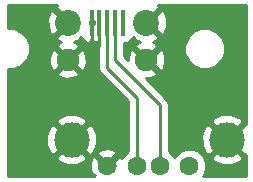
<source format=gtl>
G04 #@! TF.FileFunction,Copper,L1,Top,Signal*
%FSLAX46Y46*%
G04 Gerber Fmt 4.6, Leading zero omitted, Abs format (unit mm)*
G04 Created by KiCad (PCBNEW 4.0.7) date 11/16/18 17:07:03*
%MOMM*%
%LPD*%
G01*
G04 APERTURE LIST*
%ADD10C,0.100000*%
%ADD11C,1.900000*%
%ADD12C,2.200000*%
%ADD13R,0.400000X2.200000*%
%ADD14C,1.600000*%
%ADD15C,3.000000*%
%ADD16C,0.250000*%
%ADD17C,0.254000*%
G04 APERTURE END LIST*
D10*
D11*
X146789000Y-111354000D03*
D12*
X146789000Y-108204000D03*
D13*
X148814000Y-108204000D03*
X149464000Y-108204000D03*
X150114000Y-108204000D03*
X150764000Y-108204000D03*
X151414000Y-108204000D03*
D12*
X153439000Y-108204000D03*
D11*
X153439000Y-111354000D03*
D14*
X157070000Y-120310000D03*
X154570000Y-120310000D03*
X150070000Y-120310000D03*
D15*
X160240000Y-118110000D03*
X147100000Y-118110000D03*
D14*
X152670000Y-120310000D03*
D16*
X149464000Y-108204000D02*
X149464000Y-110124000D01*
X149464000Y-110124000D02*
X149352000Y-110236000D01*
X148814000Y-108204000D02*
X148814000Y-109952000D01*
X148814000Y-109952000D02*
X148844000Y-109982000D01*
X150764000Y-120306000D02*
X150760000Y-120310000D01*
X150114000Y-108204000D02*
X150114000Y-112014000D01*
X152670000Y-114570000D02*
X152670000Y-120310000D01*
X150114000Y-112014000D02*
X152670000Y-114570000D01*
X150764000Y-108204000D02*
X150764000Y-111394000D01*
X154570000Y-115200000D02*
X154570000Y-120310000D01*
X150764000Y-111394000D02*
X154570000Y-115200000D01*
D17*
G36*
X161850000Y-116823770D02*
X161753970Y-116775635D01*
X160419605Y-118110000D01*
X161753970Y-119444365D01*
X161850000Y-119396230D01*
X161850000Y-121210000D01*
X158199597Y-121210000D01*
X158285824Y-121123923D01*
X158504750Y-120596691D01*
X158505248Y-120025813D01*
X158339211Y-119623970D01*
X158905635Y-119623970D01*
X159065418Y-119942739D01*
X159856187Y-120252723D01*
X160705387Y-120236497D01*
X161414582Y-119942739D01*
X161574365Y-119623970D01*
X160240000Y-118289605D01*
X158905635Y-119623970D01*
X158339211Y-119623970D01*
X158287243Y-119498200D01*
X157883923Y-119094176D01*
X157356691Y-118875250D01*
X156785813Y-118874752D01*
X156258200Y-119092757D01*
X155854176Y-119496077D01*
X155820187Y-119577931D01*
X155787243Y-119498200D01*
X155383923Y-119094176D01*
X155330000Y-119071785D01*
X155330000Y-117726187D01*
X158097277Y-117726187D01*
X158113503Y-118575387D01*
X158407261Y-119284582D01*
X158726030Y-119444365D01*
X160060395Y-118110000D01*
X158726030Y-116775635D01*
X158407261Y-116935418D01*
X158097277Y-117726187D01*
X155330000Y-117726187D01*
X155330000Y-116596030D01*
X158905635Y-116596030D01*
X160240000Y-117930395D01*
X161574365Y-116596030D01*
X161414582Y-116277261D01*
X160623813Y-115967277D01*
X159774613Y-115983503D01*
X159065418Y-116277261D01*
X158905635Y-116596030D01*
X155330000Y-116596030D01*
X155330000Y-115200000D01*
X155272148Y-114909161D01*
X155107401Y-114662599D01*
X153387079Y-112942277D01*
X153816461Y-112925352D01*
X154283208Y-112732019D01*
X154375745Y-112470350D01*
X153439000Y-111533605D01*
X153424858Y-111547748D01*
X153245253Y-111368143D01*
X153259395Y-111354000D01*
X153618605Y-111354000D01*
X154555350Y-112290745D01*
X154817019Y-112198208D01*
X155035188Y-111606602D01*
X155010352Y-110976539D01*
X154927949Y-110777599D01*
X156653699Y-110777599D01*
X156917281Y-111415515D01*
X157404918Y-111904004D01*
X158042373Y-112168699D01*
X158732599Y-112169301D01*
X159370515Y-111905719D01*
X159859004Y-111418082D01*
X160123699Y-110780627D01*
X160124301Y-110090401D01*
X159860719Y-109452485D01*
X159373082Y-108963996D01*
X158735627Y-108699301D01*
X158045401Y-108698699D01*
X157407485Y-108962281D01*
X156918996Y-109449918D01*
X156654301Y-110087373D01*
X156653699Y-110777599D01*
X154927949Y-110777599D01*
X154817019Y-110509792D01*
X154555350Y-110417255D01*
X153618605Y-111354000D01*
X153259395Y-111354000D01*
X152322650Y-110417255D01*
X152060981Y-110509792D01*
X151842812Y-111101398D01*
X151854984Y-111410182D01*
X151524000Y-111079198D01*
X151524000Y-109951440D01*
X151614000Y-109951440D01*
X151849317Y-109907162D01*
X152065441Y-109768090D01*
X152210431Y-109555890D01*
X152224282Y-109487494D01*
X152279698Y-109542910D01*
X152393738Y-109428870D01*
X152504641Y-109706099D01*
X152893163Y-109852392D01*
X152594792Y-109975981D01*
X152502255Y-110237650D01*
X153439000Y-111174395D01*
X154375745Y-110237650D01*
X154283208Y-109975981D01*
X153986217Y-109866458D01*
X154373359Y-109706099D01*
X154484263Y-109428868D01*
X153439000Y-108383605D01*
X153424858Y-108397748D01*
X153245253Y-108218143D01*
X153259395Y-108204000D01*
X153618605Y-108204000D01*
X154663868Y-109249263D01*
X154941099Y-109138359D01*
X155184323Y-108492407D01*
X155161836Y-107802547D01*
X154941099Y-107269641D01*
X154663868Y-107158737D01*
X153618605Y-108204000D01*
X153259395Y-108204000D01*
X153245253Y-108189858D01*
X153424858Y-108010253D01*
X153439000Y-108024395D01*
X154484263Y-106979132D01*
X154394601Y-106755000D01*
X161850000Y-106755000D01*
X161850000Y-116823770D01*
X161850000Y-116823770D01*
G37*
X161850000Y-116823770D02*
X161753970Y-116775635D01*
X160419605Y-118110000D01*
X161753970Y-119444365D01*
X161850000Y-119396230D01*
X161850000Y-121210000D01*
X158199597Y-121210000D01*
X158285824Y-121123923D01*
X158504750Y-120596691D01*
X158505248Y-120025813D01*
X158339211Y-119623970D01*
X158905635Y-119623970D01*
X159065418Y-119942739D01*
X159856187Y-120252723D01*
X160705387Y-120236497D01*
X161414582Y-119942739D01*
X161574365Y-119623970D01*
X160240000Y-118289605D01*
X158905635Y-119623970D01*
X158339211Y-119623970D01*
X158287243Y-119498200D01*
X157883923Y-119094176D01*
X157356691Y-118875250D01*
X156785813Y-118874752D01*
X156258200Y-119092757D01*
X155854176Y-119496077D01*
X155820187Y-119577931D01*
X155787243Y-119498200D01*
X155383923Y-119094176D01*
X155330000Y-119071785D01*
X155330000Y-117726187D01*
X158097277Y-117726187D01*
X158113503Y-118575387D01*
X158407261Y-119284582D01*
X158726030Y-119444365D01*
X160060395Y-118110000D01*
X158726030Y-116775635D01*
X158407261Y-116935418D01*
X158097277Y-117726187D01*
X155330000Y-117726187D01*
X155330000Y-116596030D01*
X158905635Y-116596030D01*
X160240000Y-117930395D01*
X161574365Y-116596030D01*
X161414582Y-116277261D01*
X160623813Y-115967277D01*
X159774613Y-115983503D01*
X159065418Y-116277261D01*
X158905635Y-116596030D01*
X155330000Y-116596030D01*
X155330000Y-115200000D01*
X155272148Y-114909161D01*
X155107401Y-114662599D01*
X153387079Y-112942277D01*
X153816461Y-112925352D01*
X154283208Y-112732019D01*
X154375745Y-112470350D01*
X153439000Y-111533605D01*
X153424858Y-111547748D01*
X153245253Y-111368143D01*
X153259395Y-111354000D01*
X153618605Y-111354000D01*
X154555350Y-112290745D01*
X154817019Y-112198208D01*
X155035188Y-111606602D01*
X155010352Y-110976539D01*
X154927949Y-110777599D01*
X156653699Y-110777599D01*
X156917281Y-111415515D01*
X157404918Y-111904004D01*
X158042373Y-112168699D01*
X158732599Y-112169301D01*
X159370515Y-111905719D01*
X159859004Y-111418082D01*
X160123699Y-110780627D01*
X160124301Y-110090401D01*
X159860719Y-109452485D01*
X159373082Y-108963996D01*
X158735627Y-108699301D01*
X158045401Y-108698699D01*
X157407485Y-108962281D01*
X156918996Y-109449918D01*
X156654301Y-110087373D01*
X156653699Y-110777599D01*
X154927949Y-110777599D01*
X154817019Y-110509792D01*
X154555350Y-110417255D01*
X153618605Y-111354000D01*
X153259395Y-111354000D01*
X152322650Y-110417255D01*
X152060981Y-110509792D01*
X151842812Y-111101398D01*
X151854984Y-111410182D01*
X151524000Y-111079198D01*
X151524000Y-109951440D01*
X151614000Y-109951440D01*
X151849317Y-109907162D01*
X152065441Y-109768090D01*
X152210431Y-109555890D01*
X152224282Y-109487494D01*
X152279698Y-109542910D01*
X152393738Y-109428870D01*
X152504641Y-109706099D01*
X152893163Y-109852392D01*
X152594792Y-109975981D01*
X152502255Y-110237650D01*
X153439000Y-111174395D01*
X154375745Y-110237650D01*
X154283208Y-109975981D01*
X153986217Y-109866458D01*
X154373359Y-109706099D01*
X154484263Y-109428868D01*
X153439000Y-108383605D01*
X153424858Y-108397748D01*
X153245253Y-108218143D01*
X153259395Y-108204000D01*
X153618605Y-108204000D01*
X154663868Y-109249263D01*
X154941099Y-109138359D01*
X155184323Y-108492407D01*
X155161836Y-107802547D01*
X154941099Y-107269641D01*
X154663868Y-107158737D01*
X153618605Y-108204000D01*
X153259395Y-108204000D01*
X153245253Y-108189858D01*
X153424858Y-108010253D01*
X153439000Y-108024395D01*
X154484263Y-106979132D01*
X154394601Y-106755000D01*
X161850000Y-106755000D01*
X161850000Y-116823770D01*
G36*
X145743737Y-106979132D02*
X146789000Y-108024395D01*
X146803143Y-108010253D01*
X146982748Y-108189858D01*
X146968605Y-108204000D01*
X146982748Y-108218143D01*
X146803143Y-108397748D01*
X146789000Y-108383605D01*
X145743737Y-109428868D01*
X145854641Y-109706099D01*
X146243163Y-109852392D01*
X145944792Y-109975981D01*
X145852255Y-110237650D01*
X146789000Y-111174395D01*
X147725745Y-110237650D01*
X147633208Y-109975981D01*
X147336217Y-109866458D01*
X147723359Y-109706099D01*
X147834262Y-109428870D01*
X147948302Y-109542910D01*
X148002989Y-109488223D01*
X148075673Y-109663699D01*
X148254302Y-109842327D01*
X148487691Y-109939000D01*
X148555250Y-109939000D01*
X148714000Y-109780250D01*
X148714000Y-109635518D01*
X148725673Y-109663699D01*
X148904302Y-109842327D01*
X149026830Y-109893080D01*
X149072750Y-109939000D01*
X149205250Y-109939000D01*
X149251170Y-109893080D01*
X149336998Y-109857529D01*
X149336998Y-109939000D01*
X149354000Y-109939000D01*
X149354000Y-112014000D01*
X149411852Y-112304839D01*
X149576599Y-112551401D01*
X151910000Y-114884802D01*
X151910000Y-119071354D01*
X151858200Y-119092757D01*
X151454176Y-119496077D01*
X151376515Y-119683105D01*
X151323864Y-119555995D01*
X151077745Y-119481861D01*
X150249605Y-120310000D01*
X150263748Y-120324142D01*
X150084142Y-120503748D01*
X150070000Y-120489605D01*
X150055858Y-120503748D01*
X149876252Y-120324142D01*
X149890395Y-120310000D01*
X149062255Y-119481861D01*
X148816136Y-119555995D01*
X148623035Y-120093223D01*
X148650222Y-120663454D01*
X148816136Y-121064005D01*
X149062253Y-121138139D01*
X148990392Y-121210000D01*
X141680000Y-121210000D01*
X141680000Y-119623970D01*
X145765635Y-119623970D01*
X145925418Y-119942739D01*
X146716187Y-120252723D01*
X147565387Y-120236497D01*
X148274582Y-119942739D01*
X148434365Y-119623970D01*
X147100000Y-118289605D01*
X145765635Y-119623970D01*
X141680000Y-119623970D01*
X141680000Y-117726187D01*
X144957277Y-117726187D01*
X144973503Y-118575387D01*
X145267261Y-119284582D01*
X145586030Y-119444365D01*
X146920395Y-118110000D01*
X147279605Y-118110000D01*
X148613970Y-119444365D01*
X148897481Y-119302255D01*
X149241861Y-119302255D01*
X150070000Y-120130395D01*
X150898139Y-119302255D01*
X150824005Y-119056136D01*
X150286777Y-118863035D01*
X149716546Y-118890222D01*
X149315995Y-119056136D01*
X149241861Y-119302255D01*
X148897481Y-119302255D01*
X148932739Y-119284582D01*
X149242723Y-118493813D01*
X149226497Y-117644613D01*
X148932739Y-116935418D01*
X148613970Y-116775635D01*
X147279605Y-118110000D01*
X146920395Y-118110000D01*
X145586030Y-116775635D01*
X145267261Y-116935418D01*
X144957277Y-117726187D01*
X141680000Y-117726187D01*
X141680000Y-116596030D01*
X145765635Y-116596030D01*
X147100000Y-117930395D01*
X148434365Y-116596030D01*
X148274582Y-116277261D01*
X147483813Y-115967277D01*
X146634613Y-115983503D01*
X145925418Y-116277261D01*
X145765635Y-116596030D01*
X141680000Y-116596030D01*
X141680000Y-112470350D01*
X145852255Y-112470350D01*
X145944792Y-112732019D01*
X146536398Y-112950188D01*
X147166461Y-112925352D01*
X147633208Y-112732019D01*
X147725745Y-112470350D01*
X146789000Y-111533605D01*
X145852255Y-112470350D01*
X141680000Y-112470350D01*
X141680000Y-112168863D01*
X142182599Y-112169301D01*
X142820515Y-111905719D01*
X143309004Y-111418082D01*
X143440502Y-111101398D01*
X145192812Y-111101398D01*
X145217648Y-111731461D01*
X145410981Y-112198208D01*
X145672650Y-112290745D01*
X146609395Y-111354000D01*
X146968605Y-111354000D01*
X147905350Y-112290745D01*
X148167019Y-112198208D01*
X148385188Y-111606602D01*
X148360352Y-110976539D01*
X148167019Y-110509792D01*
X147905350Y-110417255D01*
X146968605Y-111354000D01*
X146609395Y-111354000D01*
X145672650Y-110417255D01*
X145410981Y-110509792D01*
X145192812Y-111101398D01*
X143440502Y-111101398D01*
X143573699Y-110780627D01*
X143574301Y-110090401D01*
X143310719Y-109452485D01*
X142823082Y-108963996D01*
X142185627Y-108699301D01*
X141680000Y-108698860D01*
X141680000Y-107915593D01*
X145043677Y-107915593D01*
X145066164Y-108605453D01*
X145286901Y-109138359D01*
X145564132Y-109249263D01*
X146609395Y-108204000D01*
X145564132Y-107158737D01*
X145286901Y-107269641D01*
X145043677Y-107915593D01*
X141680000Y-107915593D01*
X141680000Y-106755000D01*
X145833399Y-106755000D01*
X145743737Y-106979132D01*
X145743737Y-106979132D01*
G37*
X145743737Y-106979132D02*
X146789000Y-108024395D01*
X146803143Y-108010253D01*
X146982748Y-108189858D01*
X146968605Y-108204000D01*
X146982748Y-108218143D01*
X146803143Y-108397748D01*
X146789000Y-108383605D01*
X145743737Y-109428868D01*
X145854641Y-109706099D01*
X146243163Y-109852392D01*
X145944792Y-109975981D01*
X145852255Y-110237650D01*
X146789000Y-111174395D01*
X147725745Y-110237650D01*
X147633208Y-109975981D01*
X147336217Y-109866458D01*
X147723359Y-109706099D01*
X147834262Y-109428870D01*
X147948302Y-109542910D01*
X148002989Y-109488223D01*
X148075673Y-109663699D01*
X148254302Y-109842327D01*
X148487691Y-109939000D01*
X148555250Y-109939000D01*
X148714000Y-109780250D01*
X148714000Y-109635518D01*
X148725673Y-109663699D01*
X148904302Y-109842327D01*
X149026830Y-109893080D01*
X149072750Y-109939000D01*
X149205250Y-109939000D01*
X149251170Y-109893080D01*
X149336998Y-109857529D01*
X149336998Y-109939000D01*
X149354000Y-109939000D01*
X149354000Y-112014000D01*
X149411852Y-112304839D01*
X149576599Y-112551401D01*
X151910000Y-114884802D01*
X151910000Y-119071354D01*
X151858200Y-119092757D01*
X151454176Y-119496077D01*
X151376515Y-119683105D01*
X151323864Y-119555995D01*
X151077745Y-119481861D01*
X150249605Y-120310000D01*
X150263748Y-120324142D01*
X150084142Y-120503748D01*
X150070000Y-120489605D01*
X150055858Y-120503748D01*
X149876252Y-120324142D01*
X149890395Y-120310000D01*
X149062255Y-119481861D01*
X148816136Y-119555995D01*
X148623035Y-120093223D01*
X148650222Y-120663454D01*
X148816136Y-121064005D01*
X149062253Y-121138139D01*
X148990392Y-121210000D01*
X141680000Y-121210000D01*
X141680000Y-119623970D01*
X145765635Y-119623970D01*
X145925418Y-119942739D01*
X146716187Y-120252723D01*
X147565387Y-120236497D01*
X148274582Y-119942739D01*
X148434365Y-119623970D01*
X147100000Y-118289605D01*
X145765635Y-119623970D01*
X141680000Y-119623970D01*
X141680000Y-117726187D01*
X144957277Y-117726187D01*
X144973503Y-118575387D01*
X145267261Y-119284582D01*
X145586030Y-119444365D01*
X146920395Y-118110000D01*
X147279605Y-118110000D01*
X148613970Y-119444365D01*
X148897481Y-119302255D01*
X149241861Y-119302255D01*
X150070000Y-120130395D01*
X150898139Y-119302255D01*
X150824005Y-119056136D01*
X150286777Y-118863035D01*
X149716546Y-118890222D01*
X149315995Y-119056136D01*
X149241861Y-119302255D01*
X148897481Y-119302255D01*
X148932739Y-119284582D01*
X149242723Y-118493813D01*
X149226497Y-117644613D01*
X148932739Y-116935418D01*
X148613970Y-116775635D01*
X147279605Y-118110000D01*
X146920395Y-118110000D01*
X145586030Y-116775635D01*
X145267261Y-116935418D01*
X144957277Y-117726187D01*
X141680000Y-117726187D01*
X141680000Y-116596030D01*
X145765635Y-116596030D01*
X147100000Y-117930395D01*
X148434365Y-116596030D01*
X148274582Y-116277261D01*
X147483813Y-115967277D01*
X146634613Y-115983503D01*
X145925418Y-116277261D01*
X145765635Y-116596030D01*
X141680000Y-116596030D01*
X141680000Y-112470350D01*
X145852255Y-112470350D01*
X145944792Y-112732019D01*
X146536398Y-112950188D01*
X147166461Y-112925352D01*
X147633208Y-112732019D01*
X147725745Y-112470350D01*
X146789000Y-111533605D01*
X145852255Y-112470350D01*
X141680000Y-112470350D01*
X141680000Y-112168863D01*
X142182599Y-112169301D01*
X142820515Y-111905719D01*
X143309004Y-111418082D01*
X143440502Y-111101398D01*
X145192812Y-111101398D01*
X145217648Y-111731461D01*
X145410981Y-112198208D01*
X145672650Y-112290745D01*
X146609395Y-111354000D01*
X146968605Y-111354000D01*
X147905350Y-112290745D01*
X148167019Y-112198208D01*
X148385188Y-111606602D01*
X148360352Y-110976539D01*
X148167019Y-110509792D01*
X147905350Y-110417255D01*
X146968605Y-111354000D01*
X146609395Y-111354000D01*
X145672650Y-110417255D01*
X145410981Y-110509792D01*
X145192812Y-111101398D01*
X143440502Y-111101398D01*
X143573699Y-110780627D01*
X143574301Y-110090401D01*
X143310719Y-109452485D01*
X142823082Y-108963996D01*
X142185627Y-108699301D01*
X141680000Y-108698860D01*
X141680000Y-107915593D01*
X145043677Y-107915593D01*
X145066164Y-108605453D01*
X145286901Y-109138359D01*
X145564132Y-109249263D01*
X146609395Y-108204000D01*
X145564132Y-107158737D01*
X145286901Y-107269641D01*
X145043677Y-107915593D01*
X141680000Y-107915593D01*
X141680000Y-106755000D01*
X145833399Y-106755000D01*
X145743737Y-106979132D01*
G36*
X148787750Y-108077000D02*
X148961000Y-108077000D01*
X148961000Y-108331000D01*
X148787750Y-108331000D01*
X148714000Y-108404750D01*
X148714000Y-108331000D01*
X148667000Y-108331000D01*
X148667000Y-108077000D01*
X148714000Y-108077000D01*
X148714000Y-108057000D01*
X148767750Y-108057000D01*
X148787750Y-108077000D01*
X148787750Y-108077000D01*
G37*
X148787750Y-108077000D02*
X148961000Y-108077000D01*
X148961000Y-108331000D01*
X148787750Y-108331000D01*
X148714000Y-108404750D01*
X148714000Y-108331000D01*
X148667000Y-108331000D01*
X148667000Y-108077000D01*
X148714000Y-108077000D01*
X148714000Y-108057000D01*
X148767750Y-108057000D01*
X148787750Y-108077000D01*
M02*

</source>
